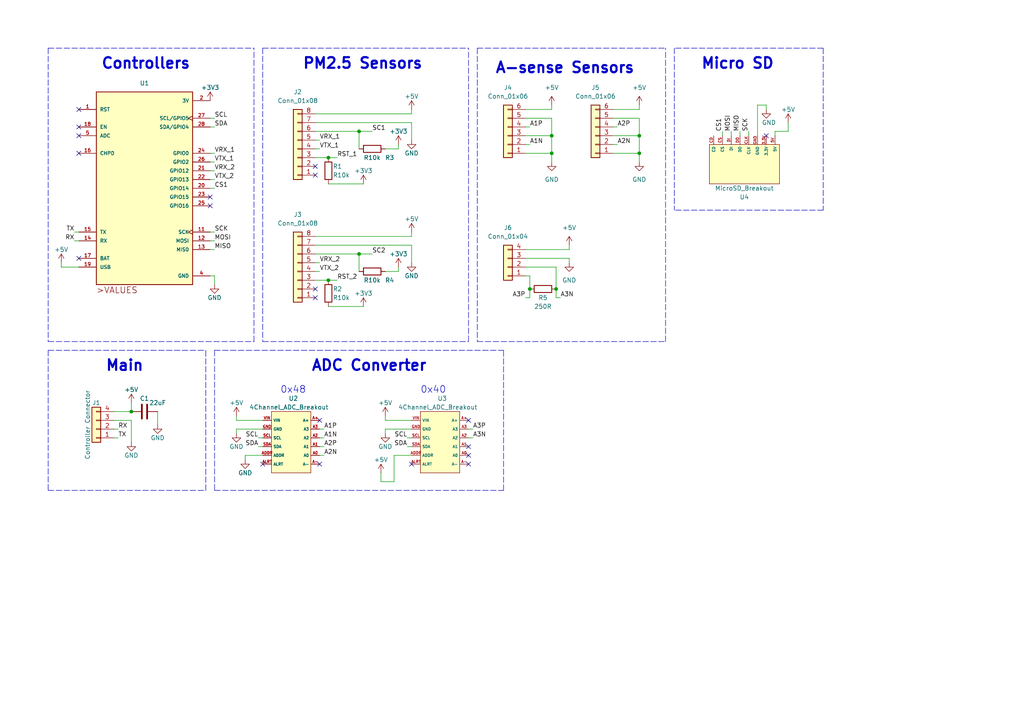
<source format=kicad_sch>
(kicad_sch (version 20211123) (generator eeschema)
  (paper "A4")
  (lib_symbols
    (symbol "Adafruit Feather ESP8266:2821" (pin_names (offset 1.016))
      (property "Reference" "U" (at -15.24 27.9654 0))
      (symbol "2821_0_0"
        (rectangle (start -15.24 -27.94) (end 12.7 27.94) (stroke (width 0.254)) (fill (type background)))
        (text ">VALUES" (at -15.2654 -30.5562 0) (effects (font (size 1.778 1.778)) (justify left bottom)))
        (pin input line (at -20.32 22.86 0) (length 5.08) (name "RST") (number "1"))
        (pin bidirectional clock (at 17.78 -12.7 180) (length 5.08) (name "SCK") (number "11"))
        (pin output line (at 17.78 -15.24 180) (length 5.08) (name "MOSI") (number "12"))
        (pin input line (at 17.78 -17.78 180) (length 5.08) (name "MIS0") (number "13"))
        (pin input line (at -20.32 -15.24 0) (length 5.08) (name "RX") (number "14"))
        (pin output line (at -20.32 -12.7 0) (length 5.08) (name "TX") (number "15"))
        (pin bidirectional line (at -20.32 10.16 0) (length 5.08) (name "CHPD") (number "16"))
        (pin bidirectional line (at -20.32 -20.32 0) (length 5.08) (name "BAT") (number "17"))
        (pin input line (at -20.32 17.78 0) (length 5.08) (name "EN") (number "18"))
        (pin bidirectional line (at -20.32 -22.86 0) (length 5.08) (name "USB") (number "19"))
        (pin power_in line (at 17.78 25.4 180) (length 5.08) (name "3V") (number "2"))
        (pin bidirectional line (at 17.78 0 180) (length 5.08) (name "GPIO14") (number "20"))
        (pin bidirectional line (at 17.78 5.08 180) (length 5.08) (name "GPIO12") (number "21"))
        (pin bidirectional line (at 17.78 2.54 180) (length 5.08) (name "GPIO13") (number "22"))
        (pin bidirectional line (at 17.78 -2.54 180) (length 5.08) (name "GPIO15") (number "23"))
        (pin bidirectional line (at 17.78 10.16 180) (length 5.08) (name "GPIO0") (number "24"))
        (pin bidirectional line (at 17.78 -5.08 180) (length 5.08) (name "GPIO16") (number "25"))
        (pin bidirectional line (at 17.78 7.62 180) (length 5.08) (name "GPIO2") (number "26"))
        (pin bidirectional clock (at 17.78 20.32 180) (length 5.08) (name "SCL/GPIO5") (number "27"))
        (pin bidirectional line (at 17.78 17.78 180) (length 5.08) (name "SDA/GPIO4") (number "28"))
        (pin power_in line (at 17.78 -25.4 180) (length 5.08) (name "GND") (number "4"))
        (pin bidirectional line (at -20.32 15.24 0) (length 5.08) (name "ADC") (number "5"))
      )
    )
    (symbol "Adafruit_Files:4Channel_ADC_Breakout"
      (property "Reference" "U" (at 5.08 1.27 0))
      (property "Value" "4Channel_ADC_Breakout" (at 5.08 3.81 0))
      (symbol "4Channel_ADC_Breakout_0_1"
        (rectangle (start 0 0) (end 11.43 -17.78) (fill (type background)))
      )
      (symbol "4Channel_ADC_Breakout_1_1"
        (pin input line (at 13.97 -2.54 180) (length 2.54) (name "A+") (number "A+"))
        (pin input line (at 13.97 -15.24 180) (length 2.54) (name "A-") (number "A-"))
        (pin input line (at 13.97 -12.7 180) (length 2.54) (name "A0") (number "A0"))
        (pin input line (at 13.97 -10.16 180) (length 2.54) (name "A1") (number "A1"))
        (pin input line (at 13.97 -7.62 180) (length 2.54) (name "A2") (number "A2"))
        (pin input line (at 13.97 -5.08 180) (length 2.54) (name "A3") (number "A3"))
        (pin input line (at -2.54 -12.7 0) (length 2.54) (name "ADDR") (number "ADDR"))
        (pin input line (at -2.54 -15.24 0) (length 2.54) (name "ALRT") (number "ALRT"))
        (pin input line (at -2.54 -5.08 0) (length 2.54) (name "GND") (number "GND"))
        (pin input line (at -2.54 -7.62 0) (length 2.54) (name "SCL") (number "SCL"))
        (pin input line (at -2.54 -10.16 0) (length 2.54) (name "SDA") (number "SDA"))
        (pin input line (at -2.54 -2.54 0) (length 2.54) (name "VIN") (number "VIN"))
      )
    )
    (symbol "Adafruit_Files:MicroSD_Breakout"
      (property "Reference" "U" (at 0 2.54 0))
      (property "Value" "MicroSD_Breakout" (at 0 5.08 0))
      (symbol "MicroSD_Breakout_0_1"
        (rectangle (start 0 0) (end 11.43 -20.32) (fill (type background)))
      )
      (symbol "MicroSD_Breakout_1_1"
        (pin input line (at 13.97 -16.51 180) (length 2.54) (name "3.3V") (number "3.3V"))
        (pin input line (at 13.97 -19.05 180) (length 2.54) (name "5V") (number "5V"))
        (pin input line (at 13.97 -1.27 180) (length 2.54) (name "CD") (number "CD"))
        (pin input line (at 13.97 -11.43 180) (length 2.54) (name "CLK") (number "CLK"))
        (pin input line (at 13.97 -3.81 180) (length 2.54) (name "CS") (number "CS"))
        (pin input line (at 13.97 -6.35 180) (length 2.54) (name "DI") (number "DI"))
        (pin input line (at 13.97 -8.89 180) (length 2.54) (name "DO") (number "DO"))
        (pin input line (at 13.97 -13.97 180) (length 2.54) (name "GND") (number "GND"))
      )
    )
    (symbol "Connector_Generic:Conn_01x04" (pin_names (offset 1.016) hide)
      (property "Reference" "J" (at 0 5.08 0))
      (property "Value" "Conn_01x04" (at 0 -7.62 0))
      (symbol "Conn_01x04_1_1"
        (rectangle (start -1.27 -4.953) (end 0 -5.207) (stroke (width 0.1524)))
        (rectangle (start -1.27 -2.413) (end 0 -2.667) (stroke (width 0.1524)))
        (rectangle (start -1.27 0.127) (end 0 -0.127) (stroke (width 0.1524)))
        (rectangle (start -1.27 2.667) (end 0 2.413) (stroke (width 0.1524)))
        (rectangle (start -1.27 3.81) (end 1.27 -6.35) (stroke (width 0.254)) (fill (type background)))
        (pin passive line (at -5.08 2.54 0) (length 3.81) (name "Pin_1") (number "1"))
        (pin passive line (at -5.08 0 0) (length 3.81) (name "Pin_2") (number "2"))
        (pin passive line (at -5.08 -2.54 0) (length 3.81) (name "Pin_3") (number "3"))
        (pin passive line (at -5.08 -5.08 0) (length 3.81) (name "Pin_4") (number "4"))
      )
    )
    (symbol "Connector_Generic:Conn_01x06" (pin_names (offset 1.016) hide)
      (property "Reference" "J" (at 0 7.62 0))
      (property "Value" "Conn_01x06" (at 0 -10.16 0))
      (symbol "Conn_01x06_1_1"
        (rectangle (start -1.27 -7.493) (end 0 -7.747) (stroke (width 0.1524)))
        (rectangle (start -1.27 -4.953) (end 0 -5.207) (stroke (width 0.1524)))
        (rectangle (start -1.27 -2.413) (end 0 -2.667) (stroke (width 0.1524)))
        (rectangle (start -1.27 0.127) (end 0 -0.127) (stroke (width 0.1524)))
        (rectangle (start -1.27 2.667) (end 0 2.413) (stroke (width 0.1524)))
        (rectangle (start -1.27 5.207) (end 0 4.953) (stroke (width 0.1524)))
        (rectangle (start -1.27 6.35) (end 1.27 -8.89) (stroke (width 0.254)) (fill (type background)))
        (pin passive line (at -5.08 5.08 0) (length 3.81) (name "Pin_1") (number "1"))
        (pin passive line (at -5.08 2.54 0) (length 3.81) (name "Pin_2") (number "2"))
        (pin passive line (at -5.08 0 0) (length 3.81) (name "Pin_3") (number "3"))
        (pin passive line (at -5.08 -2.54 0) (length 3.81) (name "Pin_4") (number "4"))
        (pin passive line (at -5.08 -5.08 0) (length 3.81) (name "Pin_5") (number "5"))
        (pin passive line (at -5.08 -7.62 0) (length 3.81) (name "Pin_6") (number "6"))
      )
    )
    (symbol "Connector_Generic:Conn_01x08" (pin_names (offset 1.016) hide)
      (property "Reference" "J" (at 0 10.16 0))
      (property "Value" "Conn_01x08" (at 0 -12.7 0))
      (symbol "Conn_01x08_1_1"
        (rectangle (start -1.27 -10.033) (end 0 -10.287) (stroke (width 0.1524)))
        (rectangle (start -1.27 -7.493) (end 0 -7.747) (stroke (width 0.1524)))
        (rectangle (start -1.27 -4.953) (end 0 -5.207) (stroke (width 0.1524)))
        (rectangle (start -1.27 -2.413) (end 0 -2.667) (stroke (width 0.1524)))
        (rectangle (start -1.27 0.127) (end 0 -0.127) (stroke (width 0.1524)))
        (rectangle (start -1.27 2.667) (end 0 2.413) (stroke (width 0.1524)))
        (rectangle (start -1.27 5.207) (end 0 4.953) (stroke (width 0.1524)))
        (rectangle (start -1.27 7.747) (end 0 7.493) (stroke (width 0.1524)))
        (rectangle (start -1.27 8.89) (end 1.27 -11.43) (stroke (width 0.254)) (fill (type background)))
        (pin passive line (at -5.08 7.62 0) (length 3.81) (name "Pin_1") (number "1"))
        (pin passive line (at -5.08 5.08 0) (length 3.81) (name "Pin_2") (number "2"))
        (pin passive line (at -5.08 2.54 0) (length 3.81) (name "Pin_3") (number "3"))
        (pin passive line (at -5.08 0 0) (length 3.81) (name "Pin_4") (number "4"))
        (pin passive line (at -5.08 -2.54 0) (length 3.81) (name "Pin_5") (number "5"))
        (pin passive line (at -5.08 -5.08 0) (length 3.81) (name "Pin_6") (number "6"))
        (pin passive line (at -5.08 -7.62 0) (length 3.81) (name "Pin_7") (number "7"))
        (pin passive line (at -5.08 -10.16 0) (length 3.81) (name "Pin_8") (number "8"))
      )
    )
    (symbol "Device:C" (pin_numbers hide) (pin_names (offset 0.254))
      (property "Reference" "C" (at 0.635 2.54 0))
      (property "Value" "C" (at 0.635 -2.54 0))
      (symbol "C_0_1"
        (polyline (pts (xy -2.032 -0.762) (xy 2.032 -0.762)) (stroke (width 0.508)))
        (polyline (pts (xy -2.032 0.762) (xy 2.032 0.762)) (stroke (width 0.508)))
      )
      (symbol "C_1_1"
        (pin passive line (at 0 3.81 270) (length 2.794) (name "~") (number "1"))
        (pin passive line (at 0 -3.81 90) (length 2.794) (name "~") (number "2"))
      )
    )
    (symbol "Device:R" (pin_numbers hide) (pin_names (offset 0))
      (property "Reference" "R" (at 2.032 0 90))
      (property "Value" "R" (at 0 0 90))
      (symbol "R_0_1"
        (rectangle (start -1.016 -2.54) (end 1.016 2.54) (stroke (width 0.254)))
      )
      (symbol "R_1_1"
        (pin passive line (at 0 3.81 270) (length 1.27) (name "~") (number "1"))
        (pin passive line (at 0 -3.81 90) (length 1.27) (name "~") (number "2"))
      )
    )
    (symbol "power:+3.3V" (power) (pin_names (offset 0))
      (property "Value" "+3.3V" (at 0 3.556 0))
      (symbol "+3.3V_0_1"
        (polyline (pts (xy -0.762 1.27) (xy 0 2.54)))
        (polyline (pts (xy 0 0) (xy 0 2.54)))
        (polyline (pts (xy 0 2.54) (xy 0.762 1.27)))
      )
      (symbol "+3.3V_1_1"
        (pin power_in line (at 0 0 90) (length 0) hide (name "+3V3") (number "1"))
      )
    )
    (symbol "power:+5V" (power) (pin_names (offset 0))
      (property "Value" "+5V" (at 0 3.556 0))
      (symbol "+5V_0_1"
        (polyline (pts (xy -0.762 1.27) (xy 0 2.54)))
        (polyline (pts (xy 0 0) (xy 0 2.54)))
        (polyline (pts (xy 0 2.54) (xy 0.762 1.27)))
      )
      (symbol "+5V_1_1"
        (pin power_in line (at 0 0 90) (length 0) hide (name "+5V") (number "1"))
      )
    )
    (symbol "power:GND" (power) (pin_names (offset 0))
      (property "Value" "GND" (at 0 -3.81 0))
      (symbol "GND_0_1"
        (polyline (pts (xy 0 0) (xy 0 -1.27) (xy 1.27 -1.27) (xy 0 -2.54) (xy -1.27 -1.27) (xy 0 -1.27)))
      )
      (symbol "GND_1_1"
        (pin power_in line (at 0 0 270) (length 0) hide (name "GND") (number "1"))
      )
    )
  )
  (junction (at 160.02 44.45))
  (junction (at 104.14 38.1))
  (junction (at 104.14 73.66))
  (junction (at 38.1 119.38))
  (junction (at 160.02 39.37))
  (junction (at 161.29 83.82))
  (junction (at 185.42 44.45))
  (junction (at 153.67 83.82))
  (junction (at 95.25 81.28))
  (junction (at 95.25 45.72))
  (junction (at 185.42 39.37))
  (no_connect (at 135.89 129.54))
  (no_connect (at 22.86 74.93))
  (no_connect (at 22.86 31.75))
  (no_connect (at 119.38 134.62))
  (no_connect (at 91.44 83.82))
  (no_connect (at 91.44 86.36))
  (no_connect (at 22.86 39.37))
  (no_connect (at 91.44 48.26))
  (no_connect (at 91.44 50.8))
  (no_connect (at 60.96 59.69))
  (no_connect (at 60.96 57.15))
  (no_connect (at 135.89 132.08))
  (no_connect (at 135.89 134.62))
  (no_connect (at 135.89 121.92))
  (no_connect (at 22.86 36.83))
  (no_connect (at 76.2 134.62))
  (no_connect (at 92.71 134.62))
  (no_connect (at 92.71 121.92))
  (no_connect (at 22.86 44.45))
  (no_connect (at 222.25 39.37))
  (wire (pts (xy 219.71 30.48) (xy 222.25 30.48)))
  (wire (pts (xy 185.42 44.45) (xy 185.42 46.99)))
  (wire (pts (xy 153.67 36.83) (xy 152.4 36.83)))
  (wire (pts (xy 165.1 72.39) (xy 165.1 71.12)))
  (wire (pts (xy 119.38 35.56) (xy 119.38 40.64)))
  (polyline (pts (xy 62.23 142.24) (xy 146.05 142.24)))
  (wire (pts (xy 119.38 124.46) (xy 111.76 124.46)))
  (wire (pts (xy 161.29 86.36) (xy 162.56 86.36)))
  (wire (pts (xy 33.02 119.38) (xy 38.1 119.38)))
  (wire (pts (xy 76.2 132.08) (xy 71.12 132.08)))
  (wire (pts (xy 224.79 38.1) (xy 228.6 38.1)))
  (wire (pts (xy 160.02 39.37) (xy 160.02 44.45)))
  (wire (pts (xy 93.98 124.46) (xy 92.71 124.46)))
  (wire (pts (xy 60.96 46.99) (xy 62.23 46.99)))
  (wire (pts (xy 104.14 38.1) (xy 107.95 38.1)))
  (wire (pts (xy 185.42 39.37) (xy 185.42 44.45)))
  (wire (pts (xy 91.44 81.28) (xy 95.25 81.28)))
  (polyline (pts (xy 138.43 13.97) (xy 138.43 99.06)))
  (wire (pts (xy 91.44 71.12) (xy 119.38 71.12)))
  (wire (pts (xy 161.29 77.47) (xy 161.29 83.82)))
  (polyline (pts (xy 62.23 101.6) (xy 62.23 142.24)))
  (polyline (pts (xy 238.76 60.96) (xy 195.58 60.96)))
  (wire (pts (xy 71.12 132.08) (xy 71.12 133.35)))
  (wire (pts (xy 91.44 45.72) (xy 95.25 45.72)))
  (wire (pts (xy 177.8 39.37) (xy 185.42 39.37)))
  (wire (pts (xy 95.25 45.72) (xy 97.79 45.72)))
  (wire (pts (xy 212.09 38.1) (xy 212.09 39.37)))
  (wire (pts (xy 160.02 31.75) (xy 160.02 30.48)))
  (polyline (pts (xy 13.97 101.6) (xy 59.69 101.6)))
  (wire (pts (xy 95.25 53.34) (xy 105.41 53.34)))
  (wire (pts (xy 76.2 121.92) (xy 68.58 121.92)))
  (wire (pts (xy 21.59 67.31) (xy 22.86 67.31)))
  (wire (pts (xy 38.1 119.38) (xy 38.1 116.84)))
  (wire (pts (xy 60.96 80.01) (xy 62.23 80.01)))
  (wire (pts (xy 152.4 34.29) (xy 160.02 34.29)))
  (polyline (pts (xy 13.97 101.6) (xy 13.97 142.24)))
  (wire (pts (xy 34.29 127) (xy 33.02 127)))
  (wire (pts (xy 119.38 71.12) (xy 119.38 76.2)))
  (wire (pts (xy 152.4 44.45) (xy 160.02 44.45)))
  (wire (pts (xy 111.76 124.46) (xy 111.76 125.73)))
  (wire (pts (xy 165.1 74.93) (xy 165.1 76.2)))
  (polyline (pts (xy 76.2 99.06) (xy 135.89 99.06)))
  (wire (pts (xy 91.44 33.02) (xy 119.38 33.02)))
  (polyline (pts (xy 73.66 99.06) (xy 73.66 13.97)))
  (wire (pts (xy 119.38 33.02) (xy 119.38 31.75)))
  (wire (pts (xy 217.17 38.1) (xy 217.17 39.37)))
  (wire (pts (xy 152.4 72.39) (xy 165.1 72.39)))
  (polyline (pts (xy 59.69 142.24) (xy 59.69 101.6)))
  (wire (pts (xy 62.23 36.83) (xy 60.96 36.83)))
  (polyline (pts (xy 13.97 142.24) (xy 59.69 142.24)))
  (wire (pts (xy 62.23 49.53) (xy 60.96 49.53)))
  (wire (pts (xy 118.11 129.54) (xy 119.38 129.54)))
  (wire (pts (xy 92.71 78.74) (xy 91.44 78.74)))
  (wire (pts (xy 38.1 121.92) (xy 38.1 128.27)))
  (wire (pts (xy 95.25 88.9) (xy 105.41 88.9)))
  (wire (pts (xy 34.29 124.46) (xy 33.02 124.46)))
  (wire (pts (xy 62.23 54.61) (xy 60.96 54.61)))
  (wire (pts (xy 153.67 80.01) (xy 152.4 80.01)))
  (wire (pts (xy 74.93 129.54) (xy 76.2 129.54)))
  (wire (pts (xy 115.57 78.74) (xy 115.57 77.47)))
  (wire (pts (xy 93.98 132.08) (xy 92.71 132.08)))
  (wire (pts (xy 91.44 38.1) (xy 104.14 38.1)))
  (wire (pts (xy 152.4 77.47) (xy 161.29 77.47)))
  (wire (pts (xy 209.55 38.1) (xy 209.55 39.37)))
  (polyline (pts (xy 13.97 13.97) (xy 13.97 99.06)))
  (wire (pts (xy 185.42 31.75) (xy 185.42 30.48)))
  (wire (pts (xy 110.49 139.7) (xy 110.49 137.16)))
  (wire (pts (xy 153.67 83.82) (xy 153.67 86.36)))
  (polyline (pts (xy 138.43 13.97) (xy 193.04 13.97)))
  (wire (pts (xy 62.23 69.85) (xy 60.96 69.85)))
  (polyline (pts (xy 238.76 13.97) (xy 195.58 13.97)))
  (wire (pts (xy 219.71 39.37) (xy 219.71 30.48)))
  (polyline (pts (xy 76.2 13.97) (xy 135.89 13.97)))
  (wire (pts (xy 177.8 34.29) (xy 185.42 34.29)))
  (wire (pts (xy 153.67 41.91) (xy 152.4 41.91)))
  (wire (pts (xy 228.6 38.1) (xy 228.6 35.56)))
  (wire (pts (xy 160.02 46.99) (xy 160.02 44.45)))
  (wire (pts (xy 95.25 81.28) (xy 97.79 81.28)))
  (polyline (pts (xy 135.89 99.06) (xy 135.89 13.97)))
  (wire (pts (xy 62.23 80.01) (xy 62.23 82.55)))
  (wire (pts (xy 92.71 40.64) (xy 91.44 40.64)))
  (wire (pts (xy 137.16 124.46) (xy 135.89 124.46)))
  (wire (pts (xy 33.02 121.92) (xy 38.1 121.92)))
  (polyline (pts (xy 238.76 13.97) (xy 238.76 60.96)))
  (wire (pts (xy 74.93 127) (xy 76.2 127)))
  (polyline (pts (xy 76.2 13.97) (xy 76.2 99.06)))
  (wire (pts (xy 115.57 43.18) (xy 115.57 41.91)))
  (wire (pts (xy 104.14 38.1) (xy 104.14 43.18)))
  (wire (pts (xy 224.79 39.37) (xy 224.79 38.1)))
  (wire (pts (xy 152.4 74.93) (xy 165.1 74.93)))
  (wire (pts (xy 111.76 43.18) (xy 115.57 43.18)))
  (wire (pts (xy 137.16 127) (xy 135.89 127)))
  (wire (pts (xy 152.4 39.37) (xy 160.02 39.37)))
  (wire (pts (xy 104.14 73.66) (xy 107.95 73.66)))
  (wire (pts (xy 153.67 86.36) (xy 152.4 86.36)))
  (wire (pts (xy 21.59 69.85) (xy 22.86 69.85)))
  (wire (pts (xy 17.78 77.47) (xy 17.78 76.2)))
  (wire (pts (xy 62.23 67.31) (xy 60.96 67.31)))
  (wire (pts (xy 160.02 34.29) (xy 160.02 39.37)))
  (polyline (pts (xy 13.97 99.06) (xy 73.66 99.06)))
  (polyline (pts (xy 193.04 99.06) (xy 193.04 13.97)))
  (wire (pts (xy 161.29 83.82) (xy 161.29 86.36)))
  (wire (pts (xy 93.98 129.54) (xy 92.71 129.54)))
  (polyline (pts (xy 146.05 142.24) (xy 146.05 101.6)))
  (wire (pts (xy 153.67 80.01) (xy 153.67 83.82)))
  (wire (pts (xy 62.23 72.39) (xy 60.96 72.39)))
  (wire (pts (xy 68.58 124.46) (xy 68.58 125.73)))
  (wire (pts (xy 119.38 132.08) (xy 114.3 132.08)))
  (wire (pts (xy 22.86 77.47) (xy 17.78 77.47)))
  (wire (pts (xy 92.71 43.18) (xy 91.44 43.18)))
  (wire (pts (xy 222.25 30.48) (xy 222.25 31.75)))
  (wire (pts (xy 114.3 139.7) (xy 110.49 139.7)))
  (polyline (pts (xy 62.23 101.6) (xy 146.05 101.6)))
  (polyline (pts (xy 195.58 13.97) (xy 195.58 60.96)))
  (wire (pts (xy 62.23 44.45) (xy 60.96 44.45)))
  (wire (pts (xy 91.44 35.56) (xy 119.38 35.56)))
  (wire (pts (xy 62.23 34.29) (xy 60.96 34.29)))
  (wire (pts (xy 119.38 68.58) (xy 119.38 67.31)))
  (wire (pts (xy 45.72 123.19) (xy 45.72 119.38)))
  (wire (pts (xy 62.23 52.07) (xy 60.96 52.07)))
  (wire (pts (xy 111.76 78.74) (xy 115.57 78.74)))
  (wire (pts (xy 152.4 31.75) (xy 160.02 31.75)))
  (wire (pts (xy 68.58 121.92) (xy 68.58 120.65)))
  (wire (pts (xy 93.98 127) (xy 92.71 127)))
  (wire (pts (xy 104.14 73.66) (xy 104.14 78.74)))
  (wire (pts (xy 111.76 121.92) (xy 111.76 120.65)))
  (polyline (pts (xy 13.97 13.97) (xy 73.66 13.97)))
  (wire (pts (xy 179.07 36.83) (xy 177.8 36.83)))
  (wire (pts (xy 114.3 132.08) (xy 114.3 139.7)))
  (wire (pts (xy 92.71 76.2) (xy 91.44 76.2)))
  (polyline (pts (xy 138.43 99.06) (xy 193.04 99.06)))
  (wire (pts (xy 177.8 44.45) (xy 185.42 44.45)))
  (wire (pts (xy 185.42 34.29) (xy 185.42 39.37)))
  (wire (pts (xy 177.8 31.75) (xy 185.42 31.75)))
  (wire (pts (xy 179.07 41.91) (xy 177.8 41.91)))
  (wire (pts (xy 76.2 124.46) (xy 68.58 124.46)))
  (wire (pts (xy 91.44 68.58) (xy 119.38 68.58)))
  (wire (pts (xy 91.44 73.66) (xy 104.14 73.66)))
  (wire (pts (xy 119.38 121.92) (xy 111.76 121.92)))
  (wire (pts (xy 118.11 127) (xy 119.38 127)))
  (wire (pts (xy 214.63 38.1) (xy 214.63 39.37)))
  (text "Controllers" (at 29.21 20.32 0) (effects (font (size 3.08 3.08) (thickness 0.616) bold) (justify left bottom)))
  (text "ADC Converter" (at 90.17 107.95 0) (effects (font (size 3.08 3.08) (thickness 0.616) bold) (justify left bottom)))
  (text "0x40\n" (at 121.92 114.3 0) (effects (font (size 2 2)) (justify left bottom)))
  (text "A-sense Sensors" (at 143.51 21.59 0) (effects (font (size 3.08 3.08) (thickness 0.616) bold) (justify left bottom)))
  (text "Micro SD" (at 203.2 20.32 0) (effects (font (size 3.08 3.08) (thickness 0.616) bold) (justify left bottom)))
  (text "Main" (at 30.48 107.95 0) (effects (font (size 3.08 3.08) (thickness 0.616) bold) (justify left bottom)))
  (text "0x48" (at 81.28 114.3 0) (effects (font (size 2 2)) (justify left bottom)))
  (text "PM2.5 Sensors" (at 87.63 20.32 0) (effects (font (size 3.08 3.08) (thickness 0.616) bold) (justify left bottom)))
  (label "SCL" (at 118.11 127 180))
  (label "MOSI" (at 62.23 69.85 0))
  (label "VTX_2" (at 92.71 78.74 0))
  (label "VRX_1" (at 62.23 44.45 0))
  (label "MISO" (at 214.63 38.1 90))
  (label "VTX_2" (at 62.23 52.07 0))
  (label "TX" (at 34.29 127 0))
  (label "A2N" (at 179.07 41.91 0))
  (label "SC2" (at 107.95 73.66 0))
  (label "A3P" (at 137.16 124.46 0))
  (label "RST_1" (at 97.79 45.72 0))
  (label "VTX_1" (at 62.23 46.99 0))
  (label "SCL" (at 62.23 34.29 0))
  (label "SCK" (at 217.17 38.1 90))
  (label "A2N" (at 93.98 132.08 0))
  (label "A1N" (at 93.98 127 0))
  (label "A3N" (at 137.16 127 0))
  (label "RX" (at 21.59 69.85 180))
  (label "VRX_2" (at 92.71 76.2 0))
  (label "VTX_1" (at 92.71 43.18 0))
  (label "VRX_1" (at 92.71 40.64 0))
  (label "CS1" (at 209.55 38.1 90))
  (label "SDA" (at 62.23 36.83 0))
  (label "MISO" (at 62.23 72.39 0))
  (label "CS1" (at 62.23 54.61 0))
  (label "A1P" (at 153.67 36.83 0))
  (label "VRX_2" (at 62.23 49.53 0))
  (label "A3P" (at 152.4 86.36 180))
  (label "A1N" (at 153.67 41.91 0))
  (label "SDA" (at 74.93 129.54 180))
  (label "SDA" (at 118.11 129.54 180))
  (label "MOSI" (at 212.09 38.1 90))
  (label "A3N" (at 162.56 86.36 0))
  (label "A1P" (at 93.98 124.46 0))
  (label "A2P" (at 179.07 36.83 0))
  (label "SCL" (at 74.93 127 180))
  (label "A2P" (at 93.98 129.54 0))
  (label "SCK" (at 62.23 67.31 0))
  (label "TX" (at 21.59 67.31 180))
  (label "RX" (at 34.29 124.46 0))
  (label "RST_2" (at 97.79 81.28 0))
  (label "SC1" (at 107.95 38.1 0))
  (symbol (lib_id "Device:R") (at 157.48 83.82 90) (unit 1)
    (property "Reference" "R5" (at 157.48 86.36 90))
    (property "Value" "250R" (at 157.48 88.9 90))
    (property "Footprint" "Resistor_SMD:R_0805_2012Metric" (effects hide))
  )
  (symbol (lib_id "power:GND") (at 165.1 76.2 0) (unit 1)
    (property "Reference" "#PWR0102" (effects hide))
    (property "Value" "GND" (at 165.1 81.28 0))
  )
  (symbol (lib_id "Device:R") (at 107.95 43.18 90) (unit 1)
    (property "Reference" "R3" (at 113.03 45.72 90))
    (property "Value" "R10k" (at 107.95 45.72 90))
    (property "Footprint" "Resistor_SMD:R_1206_3216Metric" (effects hide))
  )
  (symbol (lib_id "power:+5V") (at 185.42 30.48 0) (unit 1)
    (property "Reference" "#PWR0104" (effects hide))
    (property "Value" "+5V" (at 185.42 25.4 0))
  )
  (symbol (lib_id "power:+5V") (at 17.78 76.2 0) (unit 1)
    (property "Reference" "#PWR0128" (effects hide))
    (property "Value" "+5V" (at 17.78 72.39 0))
  )
  (symbol (lib_id "power:+5V") (at 119.38 67.31 0) (unit 1)
    (property "Reference" "#PWR0117" (effects hide))
    (property "Value" "+5V" (at 119.38 63.5 0))
  )
  (symbol (lib_id "power:+5V") (at 160.02 30.48 0) (unit 1)
    (property "Reference" "#PWR0105" (effects hide))
    (property "Value" "+5V" (at 160.02 25.4 0))
  )
  (symbol (lib_id "power:+5V") (at 110.49 137.16 0) (unit 1)
    (property "Reference" "#PWR0125" (effects hide))
    (property "Value" "+5V" (at 110.49 133.35 0))
  )
  (symbol (lib_id "power:GND") (at 119.38 40.64 0) (unit 1)
    (property "Reference" "#PWR0119" (effects hide))
    (property "Value" "GND" (at 119.38 44.45 0))
  )
  (symbol (lib_id "Adafruit_Files:MicroSD_Breakout") (at 205.74 53.34 90) (unit 1)
    (property "Reference" "U4" (at 215.9 57.15 90))
    (property "Value" "MicroSD_Breakout" (at 215.9 54.61 90))
    (property "Footprint" "Adafruit_Sensors:MicroSD_Breakout" (effects hide))
  )
  (symbol (lib_id "Adafruit_Files:4Channel_ADC_Breakout") (at 78.74 119.38 0) (unit 1)
    (property "Reference" "U2" (at 85.09 115.57 0))
    (property "Value" "4Channel_ADC_Breakout" (at 83.82 118.11 0))
    (property "Footprint" "Adafruit_Sensors:4Channel ADC Breakout" (effects hide))
  )
  (symbol (lib_id "power:GND") (at 185.42 46.99 0) (unit 1)
    (property "Reference" "#PWR0106" (effects hide))
    (property "Value" "GND" (at 185.42 52.07 0))
  )
  (symbol (lib_id "Connector_Generic:Conn_01x04") (at 27.94 124.46 180) (unit 1)
    (property "Reference" "J1" (at 27.94 116.84 0))
    (property "Value" "Controller Connector" (at 25.4 123.19 90))
    (property "Footprint" "Connector_PinHeader_2.54mm:PinHeader_1x04_P2.54mm_Vertical" (effects hide))
  )
  (symbol (lib_id "power:+5V") (at 119.38 31.75 0) (unit 1)
    (property "Reference" "#PWR0113" (effects hide))
    (property "Value" "+5V" (at 119.38 27.94 0))
  )
  (symbol (lib_id "power:+3.3V") (at 105.41 88.9 0) (unit 1)
    (property "Reference" "#PWR0114" (effects hide))
    (property "Value" "+3.3V" (at 105.41 85.09 0))
  )
  (symbol (lib_id "power:+5V") (at 228.6 35.56 0) (unit 1)
    (property "Reference" "#PWR0127" (effects hide))
    (property "Value" "+5V" (at 228.6 31.75 0))
  )
  (symbol (lib_id "power:GND") (at 111.76 125.73 0) (unit 1)
    (property "Reference" "#PWR0124" (effects hide))
    (property "Value" "GND" (at 111.76 129.54 0))
  )
  (symbol (lib_id "power:GND") (at 38.1 128.27 0) (unit 1)
    (property "Reference" "#PWR0108" (effects hide))
    (property "Value" "GND" (at 38.1 132.08 0))
  )
  (symbol (lib_id "power:+3.3V") (at 60.96 29.21 0) (unit 1)
    (property "Reference" "#PWR0122" (effects hide))
    (property "Value" "+3.3V" (at 60.96 25.4 0))
  )
  (symbol (lib_id "Device:R") (at 95.25 49.53 0) (unit 1)
    (property "Reference" "R1" (at 96.52 48.26 0) (effects (justify left)))
    (property "Value" "R10k" (at 96.52 50.8 0) (effects (justify left)))
    (property "Footprint" "Resistor_SMD:R_1206_3216Metric" (effects hide))
  )
  (symbol (lib_id "power:GND") (at 68.58 125.73 0) (unit 1)
    (property "Reference" "#PWR0111" (effects hide))
    (property "Value" "GND" (at 68.58 129.54 0))
  )
  (symbol (lib_id "power:+3.3V") (at 115.57 77.47 0) (unit 1)
    (property "Reference" "#PWR0115" (effects hide))
    (property "Value" "+3.3V" (at 115.57 73.66 0))
  )
  (symbol (lib_id "power:+5V") (at 111.76 120.65 0) (unit 1)
    (property "Reference" "#PWR0123" (effects hide))
    (property "Value" "+5V" (at 111.76 116.84 0))
  )
  (symbol (lib_id "Adafruit_Files:4Channel_ADC_Breakout") (at 121.92 119.38 0) (unit 1)
    (property "Reference" "U3" (at 128.27 115.57 0))
    (property "Value" "4Channel_ADC_Breakout" (at 127 118.11 0))
    (property "Footprint" "Adafruit_Sensors:4Channel ADC Breakout" (effects hide))
  )
  (symbol (lib_id "power:+3.3V") (at 115.57 41.91 0) (unit 1)
    (property "Reference" "#PWR0120" (effects hide))
    (property "Value" "+3.3V" (at 115.57 38.1 0))
  )
  (symbol (lib_id "Connector_Generic:Conn_01x04") (at 147.32 77.47 180) (unit 1)
    (property "Reference" "J6" (at 147.32 66.04 0))
    (property "Value" "Conn_01x04" (at 147.32 68.58 0))
    (property "Footprint" "JST:JST_XH_B04B-XH-A_04x2.50mm_Straight" (effects hide))
  )
  (symbol (lib_id "power:GND") (at 62.23 82.55 0) (unit 1)
    (property "Reference" "#PWR0121" (effects hide))
    (property "Value" "GND" (at 62.23 86.36 0))
  )
  (symbol (lib_id "power:+3.3V") (at 105.41 53.34 0) (unit 1)
    (property "Reference" "#PWR0118" (effects hide))
    (property "Value" "+3.3V" (at 105.41 49.53 0))
  )
  (symbol (lib_id "Connector_Generic:Conn_01x08") (at 86.36 78.74 180) (unit 1)
    (property "Reference" "J3" (at 86.36 62.23 0))
    (property "Value" "Conn_01x08" (at 86.36 64.77 0))
    (property "Footprint" "Connector_Molex:Molex_CLIK-Mate_502386-0870_1x08-1MP_P1.25mm_Horizontal" (effects hide))
  )
  (symbol (lib_id "Device:R") (at 95.25 85.09 0) (unit 1)
    (property "Reference" "R2" (at 96.52 83.82 0) (effects (justify left)))
    (property "Value" "R10k" (at 96.52 86.36 0) (effects (justify left)))
    (property "Footprint" "Resistor_SMD:R_1206_3216Metric" (effects hide))
  )
  (symbol (lib_id "power:GND") (at 222.25 31.75 0) (unit 1)
    (property "Reference" "#PWR0126" (effects hide))
    (property "Value" "GND" (at 220.98 35.56 0) (effects (justify left)))
  )
  (symbol (lib_id "Adafruit Feather ESP8266:2821") (at 43.18 54.61 0) (unit 1)
    (property "Reference" "U1" (at 41.91 24.13 0))
    (property "Value" "2821" (effects hide))
    (property "Footprint" "Adafruit Feather ESP8266:XCVR_Adafruit Feather ESP8266" (effects hide))
    (property "MANUFACTURER" "Adafruit" (effects hide))
  )
  (symbol (lib_id "Connector_Generic:Conn_01x06") (at 172.72 39.37 180) (unit 1)
    (property "Reference" "J5" (at 172.72 25.4 0))
    (property "Value" "Conn_01x06" (at 172.72 27.94 0))
    (property "Footprint" "JST:JST_XH_B06B-XH-A_06x2.50mm_Straight" (effects hide))
  )
  (symbol (lib_id "power:GND") (at 119.38 76.2 0) (unit 1)
    (property "Reference" "#PWR0116" (effects hide))
    (property "Value" "GND" (at 119.38 80.01 0))
  )
  (symbol (lib_id "Device:R") (at 107.95 78.74 90) (unit 1)
    (property "Reference" "R4" (at 113.03 81.28 90))
    (property "Value" "R10k" (at 107.95 81.28 90))
    (property "Footprint" "Resistor_SMD:R_1206_3216Metric" (effects hide))
  )
  (symbol (lib_id "power:GND") (at 160.02 46.99 0) (unit 1)
    (property "Reference" "#PWR0101" (effects hide))
    (property "Value" "GND" (at 160.02 52.07 0))
  )
  (symbol (lib_id "power:+5V") (at 68.58 120.65 0) (unit 1)
    (property "Reference" "#PWR0110" (effects hide))
    (property "Value" "+5V" (at 68.58 116.84 0))
  )
  (symbol (lib_id "power:+5V") (at 38.1 116.84 0) (unit 1)
    (property "Reference" "#PWR0109" (effects hide))
    (property "Value" "+5V" (at 38.1 113.03 0))
  )
  (symbol (lib_id "Connector_Generic:Conn_01x06") (at 147.32 39.37 180) (unit 1)
    (property "Reference" "J4" (at 147.32 25.4 0))
    (property "Value" "Conn_01x06" (at 147.32 27.94 0))
    (property "Footprint" "JST:JST_XH_B06B-XH-A_06x2.50mm_Straight" (effects hide))
  )
  (symbol (lib_id "power:GND") (at 71.12 133.35 0) (unit 1)
    (property "Reference" "#PWR0112" (effects hide))
    (property "Value" "GND" (at 71.12 137.16 0))
  )
  (symbol (lib_id "power:+5V") (at 165.1 71.12 0) (unit 1)
    (property "Reference" "#PWR0103" (effects hide))
    (property "Value" "+5V" (at 165.1 66.04 0))
  )
  (symbol (lib_id "Device:C") (at 41.91 119.38 90) (unit 1)
    (property "Reference" "C1" (at 41.91 115.57 90))
    (property "Value" "22uF" (at 45.72 116.84 90))
    (property "Footprint" "Capacitor_SMD:C_1206_3216Metric" (effects hide))
  )
  (symbol (lib_id "Connector_Generic:Conn_01x08") (at 86.36 43.18 180) (unit 1)
    (property "Reference" "J2" (at 86.36 26.67 0))
    (property "Value" "Conn_01x08" (at 86.36 29.21 0))
    (property "Footprint" "Connector_Molex:Molex_CLIK-Mate_502386-0870_1x08-1MP_P1.25mm_Horizontal" (effects hide))
  )
  (symbol (lib_id "power:GND") (at 45.72 123.19 0) (unit 1)
    (property "Reference" "#PWR0107" (effects hide))
    (property "Value" "GND" (at 45.72 127 0))
  )
)
</source>
